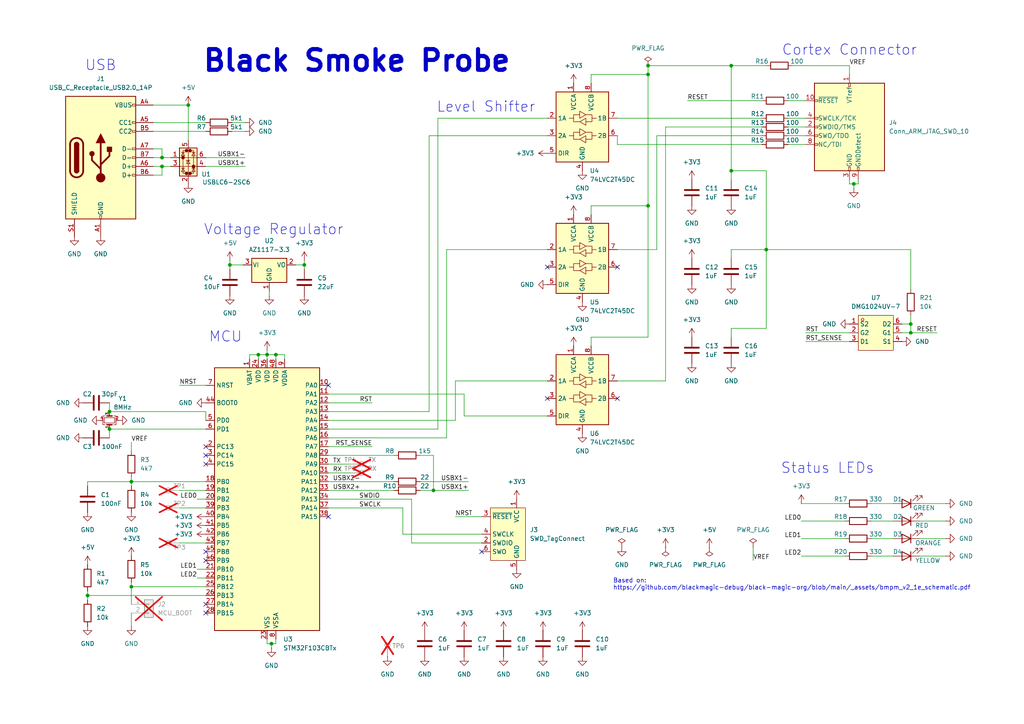
<source format=kicad_sch>
(kicad_sch (version 20250114) (generator "eeschema") (generator_version "9.0")
  (paper "A4")
  (title_block (title "Black-Smoke-Probe") (date "2025-04-05") (rev "v1.1") (company "@casartar") (comment 1 "License: CC-BY-SA 4.0"))
  (text "Status LEDs" (at 240.03 135.89 0) (effects (font (size 3 3))))
  (text "Based on: \nhttps://github.com/blackmagic-debug/black-magic-org/blob/main/_assets/bmpm_v2_1e_schematic.pdf" (at 177.8 169.545 0) (effects (font (size 1.27 1.27)) (justify left)))
  (text "Cortex Connector" (at 246.38 14.605 0) (effects (font (size 3 3))))
  (text "Voltage Regulator" (at 79.375 66.675 0) (effects (font (size 3 3))))
  (text "MCU" (at 65.405 97.79 0) (effects (font (size 3 3))))
  (text "Level Shifter" (at 140.97 31.115 0) (effects (font (size 3 3))))
  (text "Black Smoke Probe" (at 103.505 17.78 0) (effects (font (size 6 6) (thickness 1.2) (bold yes))))
  (text "USB" (at 29.21 19.05 0) (effects (font (size 3 3))))
  (junction (at 80.01 102.87))
  (junction (at 212.09 19.05))
  (junction (at 46.99 48.26))
  (junction (at 25.4 172.72))
  (junction (at 66.675 76.835))
  (junction (at 88.265 76.835))
  (junction (at 187.96 21.59))
  (junction (at 78.74 186.69))
  (junction (at 46.99 45.72))
  (junction (at 38.1 139.7))
  (junction (at 212.09 49.53))
  (junction (at 31.75 124.46))
  (junction (at 54.61 30.48))
  (junction (at 247.65 53.34))
  (junction (at 74.93 102.87))
  (junction (at 31.75 119.38))
  (junction (at 187.96 59.69))
  (junction (at 264.16 93.98))
  (junction (at 125.73 142.24))
  (junction (at 222.25 72.39))
  (junction (at 187.96 19.05))
  (junction (at 77.47 102.87))
  (junction (at 38.1 170.18))
  (junction (at 264.16 96.52))
  (no_connect (at 179.07 115.57))
  (no_connect (at 59.69 134.62))
  (no_connect (at 59.69 175.26))
  (no_connect (at 158.75 77.47))
  (no_connect (at 158.75 115.57))
  (no_connect (at 179.07 77.47))
  (no_connect (at 139.7 160.02))
  (no_connect (at 59.69 132.08))
  (no_connect (at 95.25 149.86))
  (no_connect (at 59.69 160.02))
  (no_connect (at 59.69 162.56))
  (no_connect (at 59.69 177.8))
  (no_connect (at 95.25 111.76))
  (no_connect (at 59.69 129.54))
  (wire (pts (xy 222.25 95.25) (xy 222.25 72.39)))
  (wire (pts (xy 59.69 45.72) (xy 71.12 45.72)))
  (wire (pts (xy 95.25 142.24) (xy 114.3 142.24)))
  (wire (pts (xy 82.55 104.14) (xy 82.55 102.87)))
  (wire (pts (xy 228.6 41.91) (xy 233.68 41.91)))
  (wire (pts (xy 190.5 72.39) (xy 190.5 39.37)))
  (wire (pts (xy 59.69 48.26) (xy 71.12 48.26)))
  (wire (pts (xy 252.73 156.21) (xy 259.08 156.21)))
  (wire (pts (xy 121.92 142.24) (xy 125.73 142.24)))
  (wire (pts (xy 132.08 149.86) (xy 139.7 149.86)))
  (wire (pts (xy 246.38 52.07) (xy 246.38 53.34)))
  (wire (pts (xy 187.96 97.79) (xy 187.96 59.69)))
  (wire (pts (xy 116.84 154.94) (xy 139.7 154.94)))
  (wire (pts (xy 248.92 52.07) (xy 248.92 53.34)))
  (wire (pts (xy 233.68 99.06) (xy 246.38 99.06)))
  (wire (pts (xy 246.38 53.34) (xy 247.65 53.34)))
  (wire (pts (xy 274.32 151.13) (xy 266.7 151.13)))
  (wire (pts (xy 119.38 157.48) (xy 139.7 157.48)))
  (wire (pts (xy 212.09 19.05) (xy 222.25 19.05)))
  (wire (pts (xy 57.15 165.1) (xy 59.69 165.1)))
  (wire (pts (xy 38.1 177.8) (xy 38.1 181.61)))
  (wire (pts (xy 132.08 121.92) (xy 132.08 110.49)))
  (wire (pts (xy 59.69 119.38) (xy 31.75 119.38)))
  (wire (pts (xy 116.84 147.32) (xy 116.84 154.94)))
  (wire (pts (xy 38.1 128.27) (xy 38.1 130.81)))
  (wire (pts (xy 25.4 172.72) (xy 25.4 173.99)))
  (wire (pts (xy 59.69 139.7) (xy 38.1 139.7)))
  (wire (pts (xy 38.1 170.18) (xy 38.1 175.26)))
  (wire (pts (xy 212.09 95.25) (xy 222.25 95.25)))
  (wire (pts (xy 46.99 48.26) (xy 49.53 48.26)))
  (wire (pts (xy 121.92 139.7) (xy 135.89 139.7)))
  (wire (pts (xy 77.47 185.42) (xy 77.47 186.69)))
  (wire (pts (xy 95.25 129.54) (xy 107.95 129.54)))
  (wire (pts (xy 57.15 144.78) (xy 59.69 144.78)))
  (wire (pts (xy 179.07 41.91) (xy 179.07 39.37)))
  (wire (pts (xy 46.99 45.72) (xy 49.53 45.72)))
  (wire (pts (xy 77.47 102.87) (xy 74.93 102.87)))
  (wire (pts (xy 171.45 21.59) (xy 171.45 24.13)))
  (wire (pts (xy 31.75 116.84) (xy 31.75 119.38)))
  (wire (pts (xy 80.01 185.42) (xy 80.01 186.69)))
  (wire (pts (xy 171.45 97.79) (xy 187.96 97.79)))
  (wire (pts (xy 95.25 147.32) (xy 116.84 147.32)))
  (wire (pts (xy 134.62 120.65) (xy 134.62 114.3)))
  (wire (pts (xy 229.87 19.05) (xy 246.38 19.05)))
  (wire (pts (xy 95.25 124.46) (xy 127 124.46)))
  (wire (pts (xy 187.96 21.59) (xy 187.96 19.05)))
  (wire (pts (xy 179.07 72.39) (xy 190.5 72.39)))
  (wire (pts (xy 264.16 72.39) (xy 264.16 83.82)))
  (wire (pts (xy 95.25 139.7) (xy 114.3 139.7)))
  (wire (pts (xy 261.62 93.98) (xy 264.16 93.98)))
  (wire (pts (xy 25.4 139.7) (xy 38.1 139.7)))
  (wire (pts (xy 232.41 146.05) (xy 245.11 146.05)))
  (wire (pts (xy 46.99 50.8) (xy 46.99 48.26)))
  (wire (pts (xy 25.4 172.72) (xy 59.69 172.72)))
  (wire (pts (xy 52.07 142.24) (xy 59.69 142.24)))
  (wire (pts (xy 88.265 76.835) (xy 88.265 78.105)))
  (wire (pts (xy 44.45 50.8) (xy 46.99 50.8)))
  (wire (pts (xy 274.32 156.21) (xy 266.7 156.21)))
  (wire (pts (xy 228.6 34.29) (xy 233.68 34.29)))
  (wire (pts (xy 274.32 161.29) (xy 266.7 161.29)))
  (wire (pts (xy 220.98 41.91) (xy 179.07 41.91)))
  (wire (pts (xy 252.73 146.05) (xy 259.08 146.05)))
  (wire (pts (xy 67.31 35.56) (xy 71.12 35.56)))
  (wire (pts (xy 199.39 29.21) (xy 220.98 29.21)))
  (wire (pts (xy 80.01 102.87) (xy 80.01 104.14)))
  (wire (pts (xy 52.07 157.48) (xy 59.69 157.48)))
  (wire (pts (xy 80.01 102.87) (xy 77.47 102.87)))
  (wire (pts (xy 218.44 158.75) (xy 218.44 162.56)))
  (wire (pts (xy 72.39 102.87) (xy 72.39 104.14)))
  (wire (pts (xy 222.25 72.39) (xy 264.16 72.39)))
  (wire (pts (xy 212.09 74.93) (xy 212.09 72.39)))
  (wire (pts (xy 125.73 142.24) (xy 135.89 142.24)))
  (wire (pts (xy 124.46 119.38) (xy 124.46 39.37)))
  (wire (pts (xy 247.65 53.34) (xy 247.65 54.61)))
  (wire (pts (xy 95.25 134.62) (xy 101.6 134.62)))
  (wire (pts (xy 95.25 116.84) (xy 107.95 116.84)))
  (wire (pts (xy 187.96 59.69) (xy 187.96 21.59)))
  (wire (pts (xy 232.41 156.21) (xy 245.11 156.21)))
  (wire (pts (xy 274.32 146.05) (xy 266.7 146.05)))
  (wire (pts (xy 252.73 151.13) (xy 259.08 151.13)))
  (wire (pts (xy 246.38 19.05) (xy 246.38 21.59)))
  (wire (pts (xy 46.99 43.18) (xy 46.99 45.72)))
  (wire (pts (xy 121.92 132.08) (xy 125.73 132.08)))
  (wire (pts (xy 67.31 38.1) (xy 71.12 38.1)))
  (wire (pts (xy 78.105 84.455) (xy 78.105 85.725)))
  (wire (pts (xy 66.675 75.565) (xy 66.675 76.835)))
  (wire (pts (xy 78.74 186.69) (xy 80.01 186.69)))
  (wire (pts (xy 190.5 39.37) (xy 220.98 39.37)))
  (wire (pts (xy 193.04 36.83) (xy 220.98 36.83)))
  (wire (pts (xy 25.4 140.97) (xy 25.4 139.7)))
  (wire (pts (xy 132.08 110.49) (xy 158.75 110.49)))
  (wire (pts (xy 78.74 186.69) (xy 78.74 187.96)))
  (wire (pts (xy 77.47 186.69) (xy 78.74 186.69)))
  (wire (pts (xy 44.45 30.48) (xy 54.61 30.48)))
  (wire (pts (xy 31.75 124.46) (xy 31.75 127)))
  (wire (pts (xy 228.6 36.83) (xy 233.68 36.83)))
  (wire (pts (xy 95.25 137.16) (xy 101.6 137.16)))
  (wire (pts (xy 85.725 76.835) (xy 88.265 76.835)))
  (wire (pts (xy 212.09 19.05) (xy 212.09 49.53)))
  (wire (pts (xy 171.45 100.33) (xy 171.45 97.79)))
  (wire (pts (xy 134.62 114.3) (xy 95.25 114.3)))
  (wire (pts (xy 233.68 96.52) (xy 246.38 96.52)))
  (wire (pts (xy 228.6 29.21) (xy 233.68 29.21)))
  (wire (pts (xy 158.75 72.39) (xy 129.54 72.39)))
  (wire (pts (xy 232.41 161.29) (xy 245.11 161.29)))
  (wire (pts (xy 179.07 110.49) (xy 193.04 110.49)))
  (wire (pts (xy 54.61 30.48) (xy 54.61 40.64)))
  (wire (pts (xy 187.96 19.05) (xy 212.09 19.05)))
  (wire (pts (xy 228.6 39.37) (xy 233.68 39.37)))
  (wire (pts (xy 247.65 53.34) (xy 248.92 53.34)))
  (wire (pts (xy 66.675 78.105) (xy 66.675 76.835)))
  (wire (pts (xy 171.45 59.69) (xy 171.45 62.23)))
  (wire (pts (xy 38.1 170.18) (xy 59.69 170.18)))
  (wire (pts (xy 158.75 120.65) (xy 134.62 120.65)))
  (wire (pts (xy 38.1 168.91) (xy 38.1 170.18)))
  (wire (pts (xy 171.45 21.59) (xy 187.96 21.59)))
  (wire (pts (xy 212.09 49.53) (xy 212.09 52.07)))
  (wire (pts (xy 59.69 121.92) (xy 59.69 119.38)))
  (wire (pts (xy 222.25 49.53) (xy 212.09 49.53)))
  (wire (pts (xy 124.46 39.37) (xy 158.75 39.37)))
  (wire (pts (xy 193.04 110.49) (xy 193.04 36.83)))
  (wire (pts (xy 66.675 76.835) (xy 70.485 76.835)))
  (wire (pts (xy 95.25 121.92) (xy 132.08 121.92)))
  (wire (pts (xy 44.45 48.26) (xy 46.99 48.26)))
  (wire (pts (xy 261.62 96.52) (xy 264.16 96.52)))
  (wire (pts (xy 119.38 144.78) (xy 119.38 157.48)))
  (wire (pts (xy 127 34.29) (xy 127 124.46)))
  (wire (pts (xy 264.16 93.98) (xy 264.16 96.52)))
  (wire (pts (xy 222.25 72.39) (xy 222.25 49.53)))
  (wire (pts (xy 95.25 132.08) (xy 114.3 132.08)))
  (wire (pts (xy 57.15 167.64) (xy 59.69 167.64)))
  (wire (pts (xy 44.45 35.56) (xy 59.69 35.56)))
  (wire (pts (xy 129.54 72.39) (xy 129.54 127)))
  (wire (pts (xy 127 34.29) (xy 158.75 34.29)))
  (wire (pts (xy 129.54 127) (xy 95.25 127)))
  (wire (pts (xy 44.45 38.1) (xy 59.69 38.1)))
  (wire (pts (xy 212.09 72.39) (xy 222.25 72.39)))
  (wire (pts (xy 52.07 147.32) (xy 59.69 147.32)))
  (wire (pts (xy 31.75 124.46) (xy 59.69 124.46)))
  (wire (pts (xy 95.25 144.78) (xy 119.38 144.78)))
  (wire (pts (xy 252.73 161.29) (xy 259.08 161.29)))
  (wire (pts (xy 52.07 111.76) (xy 59.69 111.76)))
  (wire (pts (xy 212.09 97.79) (xy 212.09 95.25)))
  (wire (pts (xy 95.25 119.38) (xy 124.46 119.38)))
  (wire (pts (xy 88.265 75.565) (xy 88.265 76.835)))
  (wire (pts (xy 38.1 138.43) (xy 38.1 139.7)))
  (wire (pts (xy 25.4 171.45) (xy 25.4 172.72)))
  (wire (pts (xy 171.45 59.69) (xy 187.96 59.69)))
  (wire (pts (xy 264.16 91.44) (xy 264.16 93.98)))
  (wire (pts (xy 77.47 102.87) (xy 77.47 104.14)))
  (wire (pts (xy 179.07 34.29) (xy 220.98 34.29)))
  (wire (pts (xy 232.41 151.13) (xy 245.11 151.13)))
  (wire (pts (xy 74.93 102.87) (xy 72.39 102.87)))
  (wire (pts (xy 125.73 132.08) (xy 125.73 142.24)))
  (wire (pts (xy 44.45 45.72) (xy 46.99 45.72)))
  (wire (pts (xy 74.93 102.87) (xy 74.93 104.14)))
  (wire (pts (xy 38.1 139.7) (xy 38.1 140.97)))
  (wire (pts (xy 77.47 101.6) (xy 77.47 102.87)))
  (wire (pts (xy 44.45 43.18) (xy 46.99 43.18)))
  (wire (pts (xy 82.55 102.87) (xy 80.01 102.87)))
  (wire (pts (xy 264.16 96.52) (xy 271.78 96.52)))
  (label "USBX1-" (at 71.12 45.72 180))
  (label "USBX2+" (at 96.52 142.24 0))
  (label "USBX1+" (at 135.89 142.24 180))
  (label "LED1" (at 232.41 156.21 180))
  (label "USBX2-" (at 96.52 139.7 0))
  (label "TX" (at 96.52 134.62 0))
  (label "RST" (at 233.68 96.52 0))
  (label "LED1" (at 57.15 165.1 180))
  (label "RESET" (at 271.78 96.52 180))
  (label "VREF" (at 246.38 19.05 0))
  (label "NRST" (at 52.07 111.76 0))
  (label "RESET" (at 199.39 29.21 0))
  (label "LED2" (at 57.15 167.64 180))
  (label "LED2" (at 232.41 161.29 180))
  (label "NRST" (at 132.08 149.86 0))
  (label "USBX1-" (at 135.89 139.7 180))
  (label "VREF" (at 218.44 162.56 0))
  (label "VREF" (at 38.1 128.27 0))
  (label "SWDIO" (at 104.14 144.78 0))
  (label "SWCLK" (at 104.14 147.32 0))
  (label "RX" (at 96.52 137.16 0))
  (label "RST_SENSE" (at 233.68 99.06 0))
  (label "USBX1+" (at 71.12 48.26 180))
  (label "LED0" (at 57.15 144.78 180))
  (label "RST" (at 107.95 116.84 180))
  (label "LED0" (at 232.41 151.13 180))
  (label "RST_SENSE" (at 107.95 129.54 180))
  (symbol (lib_id "power:GND") (at 274.32 146.05 90) (unit 1)
    (property "Reference" "#PWR064" (effects (hide yes)))
    (property "Value" "GND" (at 278.13 146.0499 90) (effects (justify right)))
    (property "Description" "Power symbol creates a global label with name \"GND\" , ground" (effects (hide yes)))
  )
  (symbol (lib_id "power:GND") (at 200.66 59.69 0) (unit 1)
    (property "Reference" "#PWR051" (effects (hide yes)))
    (property "Value" "GND" (at 200.66 64.77 0))
    (property "Description" "Power symbol creates a global label with name \"GND\" , ground" (effects (hide yes)))
  )
  (symbol (lib_id "power:+3V3") (at 59.69 149.86 90) (unit 1)
    (property "Reference" "#PWR016" (effects (hide yes)))
    (property "Value" "+3V3" (at 55.88 149.8599 90) (effects (justify left)))
    (property "Description" "Power symbol creates a global label with name \"+3V3\"" (effects (hide yes)))
  )
  (symbol (lib_id "Device:LED") (at 262.89 161.29 180) (unit 1)
    (property "Reference" "D4" (at 260.35 160.02 0))
    (property "Value" "YELLOW" (at 265.43 162.56 0) (effects (justify right)))
    (property "Footprint" "LED_SMD:LED_0603_1608Metric" (effects (hide yes)))
    (property "Description" "Light emitting diode" (effects (hide yes)))
    (property "Sim.Pins" "1=K 2=A" (effects (hide yes)))
    (property "LCSC Part" "C160477" (effects (hide yes)))
  )
  (symbol (lib_id "Device:C") (at 212.09 55.88 0) (unit 1)
    (property "Reference" "C14" (at 215.9 54.6099 0) (effects (justify left)))
    (property "Value" "1uF" (at 215.9 57.1499 0) (effects (justify left)))
    (property "Footprint" "Capacitor_SMD:C_0603_1608Metric" (effects (hide yes)))
    (property "Description" "Unpolarized capacitor" (effects (hide yes)))
    (property "LCSC Part" "C15849" (effects (hide yes)))
  )
  (symbol (lib_id "power:GND") (at 158.75 82.55 270) (unit 1)
    (property "Reference" "#PWR039" (effects (hide yes)))
    (property "Value" "GND" (at 154.94 82.5499 90) (effects (justify right)))
    (property "Description" "Power symbol creates a global label with name \"GND\" , ground" (effects (hide yes)))
  )
  (symbol (lib_id "power:+3V3") (at 59.69 154.94 90) (unit 1)
    (property "Reference" "#PWR018" (effects (hide yes)))
    (property "Value" "+3V3" (at 55.88 154.9399 90) (effects (justify left)))
    (property "Description" "Power symbol creates a global label with name \"+3V3\"" (effects (hide yes)))
  )
  (symbol (lib_id "Device:R") (at 38.1 144.78 0) (unit 1)
    (property "Reference" "R4" (at 40.64 143.5099 0) (effects (justify left)))
    (property "Value" "10k" (at 40.64 146.0499 0) (effects (justify left)))
    (property "Footprint" "Resistor_SMD:R_0603_1608Metric" (effects (hide yes)))
    (property "Description" "Resistor" (effects (hide yes)))
    (property "LCSC Part" "C98220" (effects (hide yes)))
  )
  (symbol (lib_id "Connector:USB_C_Receptacle_USB2.0_14P") (at 29.21 45.72 0) (unit 1)
    (property "Reference" "J1" (at 29.21 22.86 0))
    (property "Value" "USB_C_Receptacle_USB2.0_14P" (at 29.21 25.4 0))
    (property "Footprint" "Connector_USB:USB_C_Receptacle_HRO_TYPE-C-31-M-12" (effects (hide yes)))
    (property "Datasheet" "https://www.usb.org/sites/default/files/documents/usb_type-c.zip" (effects (hide yes)))
    (property "Description" "USB 2.0-only 14P Type-C Receptacle connector" (effects (hide yes)))
    (property "LCSC Part" "C165948" (effects (hide yes)))
  )
  (symbol (lib_id "power:+3V3") (at 88.265 75.565 0) (unit 1)
    (property "Reference" "#PWR026" (effects (hide yes)))
    (property "Value" "+3V3" (at 88.265 70.485 0))
    (property "Description" "Power symbol creates a global label with name \"+3V3\"" (effects (hide yes)))
  )
  (symbol (lib_id "Device:R") (at 226.06 19.05 90) (unit 1)
    (property "Reference" "R16" (at 220.98 17.78 90))
    (property "Value" "100" (at 231.14 17.78 90))
    (property "Footprint" "Resistor_SMD:R_0603_1608Metric" (effects (hide yes)))
    (property "Description" "Resistor" (effects (hide yes)))
    (property "LCSC Part" "C105588" (effects (hide yes)))
  )
  (symbol (lib_id "power:GND") (at 78.105 85.725 0) (unit 1)
    (property "Reference" "#PWR023" (effects (hide yes)))
    (property "Value" "GND" (at 78.105 90.805 0))
    (property "Description" "Power symbol creates a global label with name \"GND\" , ground" (effects (hide yes)))
  )
  (symbol (lib_id "Device:C") (at 200.66 55.88 0) (unit 1)
    (property "Reference" "C11" (at 204.47 54.6099 0) (effects (justify left)))
    (property "Value" "1uF" (at 204.47 57.1499 0) (effects (justify left)))
    (property "Footprint" "Capacitor_SMD:C_0603_1608Metric" (effects (hide yes)))
    (property "Description" "Unpolarized capacitor" (effects (hide yes)))
    (property "LCSC Part" "C15849" (effects (hide yes)))
  )
  (symbol (lib_id "power:GND") (at 38.1 148.59 0) (unit 1)
    (property "Reference" "#PWR010" (effects (hide yes)))
    (property "Value" "GND" (at 38.1 153.67 0))
    (property "Description" "Power symbol creates a global label with name \"GND\" , ground" (effects (hide yes)))
  )
  (symbol (lib_id "power:GND") (at 200.66 82.55 0) (unit 1)
    (property "Reference" "#PWR053" (effects (hide yes)))
    (property "Value" "GND" (at 200.66 87.63 0))
    (property "Description" "Power symbol creates a global label with name \"GND\" , ground" (effects (hide yes)))
  )
  (symbol (lib_id "power:GND") (at 180.34 158.75 0) (unit 1)
    (property "Reference" "#PWR048" (effects (hide yes)))
    (property "Value" "GND" (at 180.34 163.83 0))
    (property "Description" "Power symbol creates a global label with name \"GND\" , ground" (effects (hide yes)))
  )
  (symbol (lib_id "Device:R") (at 118.11 139.7 90) (unit 1)
    (property "Reference" "R9" (at 113.03 138.43 90))
    (property "Value" "22" (at 123.19 138.43 90))
    (property "Footprint" "Resistor_SMD:R_0603_1608Metric" (effects (hide yes)))
    (property "Description" "Resistor" (effects (hide yes)))
    (property "LCSC Part" "C1203" (effects (hide yes)))
  )
  (symbol (lib_id "power:GND") (at 274.32 151.13 90) (unit 1)
    (property "Reference" "#PWR065" (effects (hide yes)))
    (property "Value" "GND" (at 278.13 151.1299 90) (effects (justify right)))
    (property "Description" "Power symbol creates a global label with name \"GND\" , ground" (effects (hide yes)))
  )
  (symbol (lib_id "Logic_LevelTranslator:74LVC2T45DC") (at 168.91 113.03 0) (unit 1)
    (property "Reference" "U6" (at 171.0533 125.73 0) (effects (justify left)))
    (property "Value" "74LVC2T45DC" (at 171.0533 128.27 0) (effects (justify left)))
    (property "Footprint" "Package_SO:VSSOP-8_2.3x2mm_P0.5mm" (effects (hide yes)))
    (property "Datasheet" "https://assets.nexperia.com/documents/data-sheet/74LVC_LVCH2T45.pdf" (effects (hide yes)))
    (property "Description" "Dual supply translating transceiver, 3-state, 2-bit, VSSOP-8" (effects (hide yes)))
    (property "LCSC Part" "C15741" (effects (hide yes)))
  )
  (symbol (lib_id "Device:R") (at 25.4 177.8 0) (unit 1)
    (property "Reference" "R2" (at 27.94 176.5299 0) (effects (justify left)))
    (property "Value" "10k" (at 27.94 179.0699 0) (effects (justify left)))
    (property "Footprint" "Resistor_SMD:R_0603_1608Metric" (effects (hide yes)))
    (property "Description" "Resistor" (effects (hide yes)))
    (property "LCSC Part" "C98220" (effects (hide yes)))
  )
  (symbol (lib_id "Connector:TestPoint") (at 52.07 157.48 90) (unit 1) (dnp yes)
    (property "Reference" "TP3" (at 52.07 158.75 90))
    (property "Value" "TestPoint" (effects (hide yes)))
    (property "Footprint" "TestPoint:TestPoint_Pad_D1.0mm" (effects (hide yes)))
    (property "Description" "test point" (effects (hide yes)))
  )
  (symbol (lib_id "power:+5V") (at 66.675 75.565 0) (unit 1)
    (property "Reference" "#PWR019" (effects (hide yes)))
    (property "Value" "+5V" (at 66.675 70.485 0))
    (property "Description" "Power symbol creates a global label with name \"+5V\"" (effects (hide yes)))
  )
  (symbol (lib_id "power:PWR_FLAG") (at 180.34 158.75 0) (unit 1)
    (property "Reference" "#FLG01" (effects (hide yes)))
    (property "Value" "PWR_FLAG" (at 180.34 153.67 0))
    (property "Description" "Special symbol for telling ERC where power comes from" (effects (hide yes)))
  )
  (symbol (lib_id "power:GND") (at 29.21 121.92 270) (unit 1)
    (property "Reference" "#PWR08" (effects (hide yes)))
    (property "Value" "GND" (at 25.4 121.9199 90) (effects (justify right)))
    (property "Description" "Power symbol creates a global label with name \"GND\" , ground" (effects (hide yes)))
  )
  (symbol (lib_id "Device:C") (at 134.62 186.69 0) (unit 1)
    (property "Reference" "C7" (at 138.43 185.4199 0) (effects (justify left)))
    (property "Value" "1uF" (at 138.43 187.9599 0) (effects (justify left)))
    (property "Footprint" "Capacitor_SMD:C_0603_1608Metric" (effects (hide yes)))
    (property "Description" "Unpolarized capacitor" (effects (hide yes)))
    (property "LCSC Part" "C15849" (effects (hide yes)))
  )
  (symbol (lib_id "power:GND") (at 24.13 116.84 270) (unit 1)
    (property "Reference" "#PWR02" (effects (hide yes)))
    (property "Value" "GND" (at 20.32 116.8399 90) (effects (justify right)))
    (property "Description" "Power symbol creates a global label with name \"GND\" , ground" (effects (hide yes)))
  )
  (symbol (lib_id "Device:LED") (at 262.89 151.13 180) (unit 1)
    (property "Reference" "D2" (at 260.35 149.86 0))
    (property "Value" "RED" (at 265.43 152.4 0) (effects (justify right)))
    (property "Footprint" "LED_SMD:LED_0603_1608Metric" (effects (hide yes)))
    (property "Description" "Light emitting diode" (effects (hide yes)))
    (property "Sim.Pins" "1=K 2=A" (effects (hide yes)))
    (property "LCSC Part" "C157741" (effects (hide yes)))
  )
  (symbol (lib_id "Device:R") (at 25.4 167.64 0) (unit 1)
    (property "Reference" "R1" (at 27.94 166.3699 0) (effects (justify left)))
    (property "Value" "4k7" (at 27.94 168.9099 0) (effects (justify left)))
    (property "Footprint" "Resistor_SMD:R_0603_1608Metric" (effects (hide yes)))
    (property "Description" "Resistor" (effects (hide yes)))
    (property "LCSC Part" "C105428" (effects (hide yes)))
  )
  (symbol (lib_id "EasyEDA:DMG1024UV-7") (at 254 96.52 0) (unit 1)
    (property "Reference" "U7" (at 254 86.36 0))
    (property "Value" "DMG1024UV-7" (at 254 88.9 0))
    (property "Footprint" "EasyEDA:SOT-563-6_L1.6-W1.2-P0.5-LS1.6-BL" (effects (hide yes)))
    (property "LCSC Part" "C2759893" (effects (hide yes)))
  )
  (symbol (lib_id "power:GND") (at 212.09 82.55 0) (unit 1)
    (property "Reference" "#PWR058" (effects (hide yes)))
    (property "Value" "GND" (at 212.09 87.63 0))
    (property "Description" "Power symbol creates a global label with name \"GND\" , ground" (effects (hide yes)))
  )
  (symbol (lib_id "Device:C") (at 200.66 101.6 0) (unit 1)
    (property "Reference" "C13" (at 204.47 100.3299 0) (effects (justify left)))
    (property "Value" "1uF" (at 204.47 102.8699 0) (effects (justify left)))
    (property "Footprint" "Capacitor_SMD:C_0603_1608Metric" (effects (hide yes)))
    (property "Description" "Unpolarized capacitor" (effects (hide yes)))
    (property "LCSC Part" "C15849" (effects (hide yes)))
  )
  (symbol (lib_id "power:+3V3") (at 232.41 146.05 0) (unit 1)
    (property "Reference" "#PWR060" (effects (hide yes)))
    (property "Value" "+3V3" (at 232.41 140.97 0))
    (property "Description" "Power symbol creates a global label with name \"+3V3\"" (effects (hide yes)))
  )
  (symbol (lib_id "power:GND") (at 157.48 190.5 0) (unit 1)
    (property "Reference" "#PWR037" (effects (hide yes)))
    (property "Value" "GND" (at 157.48 195.58 0))
    (property "Description" "Power symbol creates a global label with name \"GND\" , ground" (effects (hide yes)))
  )
  (symbol (lib_id "Device:R") (at 224.79 39.37 90) (unit 1)
    (property "Reference" "R14" (at 219.71 38.1 90))
    (property "Value" "100" (at 229.87 38.1 90))
    (property "Footprint" "Resistor_SMD:R_0603_1608Metric" (effects (hide yes)))
    (property "Description" "Resistor" (effects (hide yes)))
    (property "LCSC Part" "C105588" (effects (hide yes)))
  )
  (symbol (lib_id "Connector:TestPoint") (at 52.07 142.24 90) (unit 1) (dnp yes)
    (property "Reference" "TP1" (at 52.07 140.97 90))
    (property "Value" "TestPoint" (effects (hide yes)))
    (property "Footprint" "TestPoint:TestPoint_Pad_D1.0mm" (effects (hide yes)))
    (property "Description" "test point" (effects (hide yes)))
  )
  (symbol (lib_id "power:GND") (at 168.91 87.63 0) (unit 1)
    (property "Reference" "#PWR044" (effects (hide yes)))
    (property "Value" "GND" (at 168.91 92.71 0))
    (property "Description" "Power symbol creates a global label with name \"GND\" , ground" (effects (hide yes)))
  )
  (symbol (lib_id "power:PWR_FLAG") (at 205.74 158.75 180) (unit 1)
    (property "Reference" "#FLG04" (effects (hide yes)))
    (property "Value" "PWR_FLAG" (at 205.74 163.83 0))
    (property "Description" "Special symbol for telling ERC where power comes from" (effects (hide yes)))
  )
  (symbol (lib_id "power:GND") (at 25.4 181.61 0) (unit 1)
    (property "Reference" "#PWR06" (effects (hide yes)))
    (property "Value" "GND" (at 25.4 186.69 0))
    (property "Description" "Power symbol creates a global label with name \"GND\" , ground" (effects (hide yes)))
  )
  (symbol (lib_id "power:+3V3") (at 123.19 182.88 0) (unit 1)
    (property "Reference" "#PWR028" (effects (hide yes)))
    (property "Value" "+3V3" (at 123.19 177.8 0))
    (property "Description" "Power symbol creates a global label with name \"+3V3\"" (effects (hide yes)))
  )
  (symbol (lib_id "power:GND") (at 21.59 68.58 0) (unit 1)
    (property "Reference" "#PWR01" (effects (hide yes)))
    (property "Value" "GND" (at 21.59 73.66 0))
    (property "Description" "Power symbol creates a global label with name \"GND\" , ground" (effects (hide yes)))
  )
  (symbol (lib_id "power:+3V3") (at 59.69 152.4 90) (unit 1)
    (property "Reference" "#PWR017" (effects (hide yes)))
    (property "Value" "+3V3" (at 55.88 152.3999 90) (effects (justify left)))
    (property "Description" "Power symbol creates a global label with name \"+3V3\"" (effects (hide yes)))
  )
  (symbol (lib_id "power:GND") (at 274.32 161.29 90) (unit 1)
    (property "Reference" "#PWR067" (effects (hide yes)))
    (property "Value" "GND" (at 278.13 161.2899 90) (effects (justify right)))
    (property "Description" "Power symbol creates a global label with name \"GND\" , ground" (effects (hide yes)))
  )
  (symbol (lib_id "Logic_LevelTranslator:74LVC2T45DC") (at 168.91 74.93 0) (unit 1)
    (property "Reference" "U5" (at 171.0533 87.63 0) (effects (justify left)))
    (property "Value" "74LVC2T45DC" (at 171.0533 90.17 0) (effects (justify left)))
    (property "Footprint" "Package_SO:VSSOP-8_2.3x2mm_P0.5mm" (effects (hide yes)))
    (property "Datasheet" "https://assets.nexperia.com/documents/data-sheet/74LVC_LVCH2T45.pdf" (effects (hide yes)))
    (property "Description" "Dual supply translating transceiver, 3-state, 2-bit, VSSOP-8" (effects (hide yes)))
    (property "LCSC Part" "C15741" (effects (hide yes)))
  )
  (symbol (lib_id "power:+3V3") (at 146.05 182.88 0) (unit 1)
    (property "Reference" "#PWR032" (effects (hide yes)))
    (property "Value" "+3V3" (at 146.05 177.8 0))
    (property "Description" "Power symbol creates a global label with name \"+3V3\"" (effects (hide yes)))
  )
  (symbol (lib_id "power:+3V3") (at 166.37 100.33 0) (unit 1)
    (property "Reference" "#PWR042" (effects (hide yes)))
    (property "Value" "+3V3" (at 166.37 95.25 0))
    (property "Description" "Power symbol creates a global label with name \"+3V3\"" (effects (hide yes)))
  )
  (symbol (lib_id "Connector:TestPoint") (at 112.395 190.5 0) (mirror y) (unit 1) (dnp yes)
    (property "Reference" "TP6" (at 115.57 187.325 0))
    (property "Value" "TestPoint" (effects (hide yes)))
    (property "Footprint" "TestPoint:TestPoint_Pad_D1.0mm" (effects (hide yes)))
    (property "Description" "test point" (effects (hide yes)))
  )
  (symbol (lib_id "power:+3V3") (at 200.66 74.93 0) (unit 1)
    (property "Reference" "#PWR052" (effects (hide yes)))
    (property "Value" "+3V3" (at 200.66 69.85 0))
    (property "Description" "Power symbol creates a global label with name \"+3V3\"" (effects (hide yes)))
  )
  (symbol (lib_id "Device:C") (at 168.91 186.69 0) (unit 1)
    (property "Reference" "C10" (at 172.72 185.4199 0) (effects (justify left)))
    (property "Value" "1uF" (at 172.72 187.9599 0) (effects (justify left)))
    (property "Footprint" "Capacitor_SMD:C_0603_1608Metric" (effects (hide yes)))
    (property "Description" "Unpolarized capacitor" (effects (hide yes)))
    (property "LCSC Part" "C15849" (effects (hide yes)))
  )
  (symbol (lib_id "power:PWR_FLAG") (at 218.44 158.75 0) (unit 1)
    (property "Reference" "#FLG05" (effects (hide yes)))
    (property "Value" "PWR_FLAG" (at 218.44 153.67 0))
    (property "Description" "Special symbol for telling ERC where power comes from" (effects (hide yes)))
  )
  (symbol (lib_id "Device:R") (at 224.79 34.29 90) (unit 1)
    (property "Reference" "R12" (at 219.71 33.02 90))
    (property "Value" "100" (at 229.87 33.02 90))
    (property "Footprint" "Resistor_SMD:R_0603_1608Metric" (effects (hide yes)))
    (property "Description" "Resistor" (effects (hide yes)))
    (property "LCSC Part" "C105588" (effects (hide yes)))
  )
  (symbol (lib_id "Connector:Conn_ARM_JTAG_SWD_10") (at 246.38 36.83 0) (mirror y) (unit 1)
    (property "Reference" "J4" (at 257.81 35.5599 0) (effects (justify right)))
    (property "Value" "Conn_ARM_JTAG_SWD_10" (at 257.81 38.0999 0) (effects (justify right)))
    (property "Footprint" "Connector_PinHeader_1.27mm:PinHeader_2x05_P1.27mm_Vertical_SMD" (effects (hide yes)))
    (property "Datasheet" "http://infocenter.arm.com/help/topic/com.arm.doc.ddi0314h/DDI0314H_coresight_components_trm.pdf" (effects (hide yes)))
    (property "Description" "Cortex Debug Connector, standard ARM Cortex-M SWD and JTAG interface" (effects (hide yes)))
    (property "LCSC Part" "C42372555" (effects (hide yes)))
  )
  (symbol (lib_id "Device:R") (at 264.16 87.63 0) (unit 1)
    (property "Reference" "R21" (at 266.7 86.3599 0) (effects (justify left)))
    (property "Value" "10k" (at 266.7 88.8999 0) (effects (justify left)))
    (property "Footprint" "Resistor_SMD:R_0603_1608Metric" (effects (hide yes)))
    (property "Description" "Resistor" (effects (hide yes)))
    (property "LCSC Part" "C98220" (effects (hide yes)))
  )
  (symbol (lib_id "Device:LED") (at 262.89 156.21 180) (unit 1)
    (property "Reference" "D3" (at 260.35 154.94 0))
    (property "Value" "ORANGE" (at 265.43 157.48 0) (effects (justify right)))
    (property "Footprint" "LED_SMD:LED_0603_1608Metric" (effects (hide yes)))
    (property "Description" "Light emitting diode" (effects (hide yes)))
    (property "Sim.Pins" "1=K 2=A" (effects (hide yes)))
    (property "LCSC Part" "C157740" (effects (hide yes)))
  )
  (symbol (lib_id "power:GND") (at 34.29 121.92 90) (unit 1)
    (property "Reference" "#PWR09" (effects (hide yes)))
    (property "Value" "GND" (at 38.1 121.9199 90) (effects (justify right)))
    (property "Description" "Power symbol creates a global label with name \"GND\" , ground" (effects (hide yes)))
  )
  (symbol (lib_id "Device:C") (at 200.66 78.74 0) (unit 1)
    (property "Reference" "C12" (at 204.47 77.4699 0) (effects (justify left)))
    (property "Value" "1uF" (at 204.47 80.0099 0) (effects (justify left)))
    (property "Footprint" "Capacitor_SMD:C_0603_1608Metric" (effects (hide yes)))
    (property "Description" "Unpolarized capacitor" (effects (hide yes)))
    (property "LCSC Part" "C15849" (effects (hide yes)))
  )
  (symbol (lib_id "power:+3V3") (at 200.66 97.79 0) (unit 1)
    (property "Reference" "#PWR054" (effects (hide yes)))
    (property "Value" "+3V3" (at 200.66 92.71 0))
    (property "Description" "Power symbol creates a global label with name \"+3V3\"" (effects (hide yes)))
  )
  (symbol (lib_id "Device:R") (at 248.92 161.29 90) (unit 1)
    (property "Reference" "R20" (at 243.84 160.02 90))
    (property "Value" "330" (at 254 160.02 90))
    (property "Footprint" "Resistor_SMD:R_0603_1608Metric" (effects (hide yes)))
    (property "Description" "Resistor" (effects (hide yes)))
    (property "LCSC Part" "C105881" (effects (hide yes)))
  )
  (symbol (lib_id "Device:R") (at 63.5 38.1 90) (unit 1)
    (property "Reference" "R7" (at 58.42 36.83 90))
    (property "Value" "5k1" (at 68.58 36.83 90))
    (property "Footprint" "Resistor_SMD:R_0603_1608Metric" (effects (hide yes)))
    (property "Description" "Resistor" (effects (hide yes)))
    (property "LCSC Part" "C105580" (effects (hide yes)))
  )
  (symbol (lib_id "Device:C") (at 157.48 186.69 0) (unit 1)
    (property "Reference" "C9" (at 161.29 185.4199 0) (effects (justify left)))
    (property "Value" "1uF" (at 161.29 187.9599 0) (effects (justify left)))
    (property "Footprint" "Capacitor_SMD:C_0603_1608Metric" (effects (hide yes)))
    (property "Description" "Unpolarized capacitor" (effects (hide yes)))
    (property "LCSC Part" "C15849" (effects (hide yes)))
  )
  (symbol (lib_id "power:+3V3") (at 134.62 182.88 0) (unit 1)
    (property "Reference" "#PWR030" (effects (hide yes)))
    (property "Value" "+3V3" (at 134.62 177.8 0))
    (property "Description" "Power symbol creates a global label with name \"+3V3\"" (effects (hide yes)))
  )
  (symbol (lib_id "Logic_LevelTranslator:74LVC2T45DC") (at 168.91 36.83 0) (unit 1)
    (property "Reference" "U4" (at 171.0533 49.53 0) (effects (justify left)))
    (property "Value" "74LVC2T45DC" (at 171.0533 52.07 0) (effects (justify left)))
    (property "Footprint" "Package_SO:VSSOP-8_2.3x2mm_P0.5mm" (effects (hide yes)))
    (property "Datasheet" "https://assets.nexperia.com/documents/data-sheet/74LVC_LVCH2T45.pdf" (effects (hide yes)))
    (property "Description" "Dual supply translating transceiver, 3-state, 2-bit, VSSOP-8" (effects (hide yes)))
    (property "LCSC Part" "C15741" (effects (hide yes)))
  )
  (symbol (lib_id "power:+5V") (at 54.61 30.48 0) (unit 1)
    (property "Reference" "#PWR013" (effects (hide yes)))
    (property "Value" "+5V" (at 54.61 25.4 0))
    (property "Description" "Power symbol creates a global label with name \"+5V\"" (effects (hide yes)))
  )
  (symbol (lib_id "Device:R") (at 38.1 134.62 0) (unit 1)
    (property "Reference" "R3" (at 40.64 133.3499 0) (effects (justify left)))
    (property "Value" "4k7" (at 40.64 135.8899 0) (effects (justify left)))
    (property "Footprint" "Resistor_SMD:R_0603_1608Metric" (effects (hide yes)))
    (property "Description" "Resistor" (effects (hide yes)))
    (property "LCSC Part" "C105428" (effects (hide yes)))
  )
  (symbol (lib_id "power:+3V3") (at 200.66 52.07 0) (unit 1)
    (property "Reference" "#PWR050" (effects (hide yes)))
    (property "Value" "+3V3" (at 200.66 46.99 0))
    (property "Description" "Power symbol creates a global label with name \"+3V3\"" (effects (hide yes)))
  )
  (symbol (lib_id "Device:C") (at 25.4 144.78 0) (unit 1)
    (property "Reference" "C1" (at 29.21 143.5099 0) (effects (justify left)))
    (property "Value" "100nF" (at 29.21 146.0499 0) (effects (justify left)))
    (property "Footprint" "Capacitor_SMD:C_0603_1608Metric" (effects (hide yes)))
    (property "Description" "Unpolarized capacitor" (effects (hide yes)))
    (property "LCSC Part" "C14663 " (effects (hide yes)))
  )
  (symbol (lib_id "Device:C") (at 66.675 81.915 0) (unit 1)
    (property "Reference" "C4" (at 59.055 80.645 0) (effects (justify left)))
    (property "Value" "10uF" (at 59.055 83.185 0) (effects (justify left)))
    (property "Footprint" "Capacitor_SMD:C_0603_1608Metric" (effects (hide yes)))
    (property "Description" "Unpolarized capacitor" (effects (hide yes)))
    (property "LCSC Part" " C19702" (effects (hide yes)))
  )
  (symbol (lib_id "power:GND") (at 59.69 116.84 270) (unit 1)
    (property "Reference" "#PWR015" (effects (hide yes)))
    (property "Value" "GND" (at 55.88 116.8399 90) (effects (justify right)))
    (property "Description" "Power symbol creates a global label with name \"GND\" , ground" (effects (hide yes)))
  )
  (symbol (lib_id "MCU_ST_STM32F1:STM32F103CBTx") (at 77.47 144.78 0) (unit 1)
    (property "Reference" "U3" (at 82.1533 185.42 0) (effects (justify left)))
    (property "Value" "STM32F103CBTx" (at 82.1533 187.96 0) (effects (justify left)))
    (property "Footprint" "Package_QFP:LQFP-48_7x7mm_P0.5mm" (effects (hide yes)))
    (property "Datasheet" "https://www.st.com/resource/en/datasheet/stm32f103cb.pdf" (effects (hide yes)))
    (property "Description" "STMicroelectronics Arm Cortex-M3 MCU, 128KB flash, 20KB RAM, 72 MHz, 2.0-3.6V, 37 GPIO, LQFP48" (effects (hide yes)))
    (property "LCSC Part" "C8304" (effects (hide yes)))
  )
  (symbol (lib_id "power:GND") (at 134.62 190.5 0) (unit 1)
    (property "Reference" "#PWR031" (effects (hide yes)))
    (property "Value" "GND" (at 134.62 195.58 0))
    (property "Description" "Power symbol creates a global label with name \"GND\" , ground" (effects (hide yes)))
  )
  (symbol (lib_id "power:+3V3") (at 168.91 182.88 0) (unit 1)
    (property "Reference" "#PWR046" (effects (hide yes)))
    (property "Value" "+3V3" (at 168.91 177.8 0))
    (property "Description" "Power symbol creates a global label with name \"+3V3\"" (effects (hide yes)))
  )
  (symbol (lib_id "Device:C") (at 27.94 127 90) (mirror x) (unit 1)
    (property "Reference" "C3" (at 26.67 129.54 90) (effects (justify left)))
    (property "Value" "100nF" (at 35.56 129.54 90) (effects (justify left)))
    (property "Footprint" "Capacitor_SMD:C_0603_1608Metric" (effects (hide yes)))
    (property "Description" "Unpolarized capacitor" (effects (hide yes)))
    (property "LCSC Part" "C14663 " (effects (hide yes)))
  )
  (symbol (lib_id "Connector_Generic:Conn_01x02") (at 43.18 175.26 0) (unit 1) (dnp yes)
    (property "Reference" "J2" (at 45.72 175.2599 0) (effects (justify left)))
    (property "Value" "MCU_BOOT" (at 45.72 177.7999 0) (effects (justify left)))
    (property "Footprint" "Connector_PinHeader_2.54mm:PinHeader_1x02_P2.54mm_Vertical" (effects (hide yes)))
    (property "Description" "Generic connector, single row, 01x02, script generated (kicad-library-utils/schlib/autogen/connector/)" (effects (hide yes)))
  )
  (symbol (lib_id "power:+3V3") (at 149.86 144.78 0) (unit 1)
    (property "Reference" "#PWR034" (effects (hide yes)))
    (property "Value" "+3V3" (at 149.86 139.7 0))
    (property "Description" "Power symbol creates a global label with name \"+3V3\"" (effects (hide yes)))
  )
  (symbol (lib_id "power:GND") (at 54.61 53.34 0) (unit 1)
    (property "Reference" "#PWR014" (effects (hide yes)))
    (property "Value" "GND" (at 54.61 58.42 0))
    (property "Description" "Power symbol creates a global label with name \"GND\" , ground" (effects (hide yes)))
  )
  (symbol (lib_id "Connector:TestPoint") (at 101.6 134.62 270) (mirror x) (unit 1) (dnp yes)
    (property "Reference" "TP4" (at 101.6 133.35 90))
    (property "Value" "TX" (at 107.95 133.35 90))
    (property "Footprint" "TestPoint:TestPoint_Pad_D1.0mm" (effects (hide yes)))
    (property "Description" "test point" (effects (hide yes)))
  )
  (symbol (lib_id "power:GND") (at 24.13 127 270) (unit 1)
    (property "Reference" "#PWR03" (effects (hide yes)))
    (property "Value" "GND" (at 20.32 126.9999 90) (effects (justify right)))
    (property "Description" "Power symbol creates a global label with name \"GND\" , ground" (effects (hide yes)))
  )
  (symbol (lib_id "power:GND") (at 29.21 68.58 0) (unit 1)
    (property "Reference" "#PWR07" (effects (hide yes)))
    (property "Value" "GND" (at 29.21 73.66 0))
    (property "Description" "Power symbol creates a global label with name \"GND\" , ground" (effects (hide yes)))
  )
  (symbol (lib_id "power:+3V3") (at 193.04 158.75 0) (unit 1)
    (property "Reference" "#PWR049" (effects (hide yes)))
    (property "Value" "+3V3" (at 193.04 153.67 0))
    (property "Description" "Power symbol creates a global label with name \"+3V3\"" (effects (hide yes)))
  )
  (symbol (lib_id "power:GND") (at 168.91 125.73 0) (unit 1)
    (property "Reference" "#PWR045" (effects (hide yes)))
    (property "Value" "GND" (at 168.91 130.81 0))
    (property "Description" "Power symbol creates a global label with name \"GND\" , ground" (effects (hide yes)))
  )
  (symbol (lib_id "power:GND") (at 38.1 181.61 0) (unit 1)
    (property "Reference" "#PWR012" (effects (hide yes)))
    (property "Value" "GND" (at 38.1 186.69 0))
    (property "Description" "Power symbol creates a global label with name \"GND\" , ground" (effects (hide yes)))
  )
  (symbol (lib_id "power:+5V") (at 25.4 163.83 0) (unit 1)
    (property "Reference" "#PWR05" (effects (hide yes)))
    (property "Value" "+5V" (at 25.4 158.75 0))
    (property "Description" "Power symbol creates a global label with name \"+5V\"" (effects (hide yes)))
  )
  (symbol (lib_id "power:GND") (at 247.65 54.61 0) (unit 1)
    (property "Reference" "#PWR062" (effects (hide yes)))
    (property "Value" "GND" (at 247.65 59.69 0))
    (property "Description" "Power symbol creates a global label with name \"GND\" , ground" (effects (hide yes)))
  )
  (symbol (lib_id "power:+5V") (at 205.74 158.75 0) (unit 1)
    (property "Reference" "#PWR056" (effects (hide yes)))
    (property "Value" "+5V" (at 205.74 153.67 0))
    (property "Description" "Power symbol creates a global label with name \"+5V\"" (effects (hide yes)))
  )
  (symbol (lib_id "Device:R") (at 248.92 151.13 90) (unit 1)
    (property "Reference" "R18" (at 243.84 149.86 90))
    (property "Value" "330" (at 254 149.86 90))
    (property "Footprint" "Resistor_SMD:R_0603_1608Metric" (effects (hide yes)))
    (property "Description" "Resistor" (effects (hide yes)))
    (property "LCSC Part" "C105881" (effects (hide yes)))
  )
  (symbol (lib_id "power:GND") (at 71.12 35.56 90) (unit 1)
    (property "Reference" "#PWR021" (effects (hide yes)))
    (property "Value" "GND" (at 74.93 35.5599 90) (effects (justify right)))
    (property "Description" "Power symbol creates a global label with name \"GND\" , ground" (effects (hide yes)))
  )
  (symbol (lib_id "Device:Crystal_GND24_Small") (at 31.75 121.92 90) (unit 1)
    (property "Reference" "Y1" (at 35.56 115.57 90))
    (property "Value" "8MHz" (at 35.56 118.11 90))
    (property "Footprint" "Crystal:Crystal_SMD_3225-4Pin_3.2x2.5mm" (effects (hide yes)))
    (property "Description" "Four pin crystal, GND on pins 2 and 4, small symbol" (effects (hide yes)))
    (property "LCSC Part" " C2682775" (effects (hide yes)))
  )
  (symbol (lib_id "Device:R") (at 118.11 142.24 90) (unit 1)
    (property "Reference" "R10" (at 113.03 140.97 90))
    (property "Value" "22" (at 123.19 140.97 90))
    (property "Footprint" "Resistor_SMD:R_0603_1608Metric" (effects (hide yes)))
    (property "Description" "Resistor" (effects (hide yes)))
    (property "LCSC Part" "C1203" (effects (hide yes)))
  )
  (symbol (lib_id "Device:C") (at 88.265 81.915 0) (unit 1)
    (property "Reference" "C5" (at 92.075 80.6449 0) (effects (justify left)))
    (property "Value" "22uF" (at 92.075 83.1849 0) (effects (justify left)))
    (property "Footprint" "Capacitor_SMD:C_0603_1608Metric" (effects (hide yes)))
    (property "Description" "Unpolarized capacitor" (effects (hide yes)))
    (property "LCSC Part" " C86295" (effects (hide yes)))
  )
  (symbol (lib_id "power:GND") (at 88.265 85.725 0) (unit 1)
    (property "Reference" "#PWR027" (effects (hide yes)))
    (property "Value" "GND" (at 88.265 90.805 0))
    (property "Description" "Power symbol creates a global label with name \"GND\" , ground" (effects (hide yes)))
  )
  (symbol (lib_id "power:GND") (at 168.91 190.5 0) (unit 1)
    (property "Reference" "#PWR047" (effects (hide yes)))
    (property "Value" "GND" (at 168.91 195.58 0))
    (property "Description" "Power symbol creates a global label with name \"GND\" , ground" (effects (hide yes)))
  )
  (symbol (lib_id "power:GND") (at 123.19 190.5 0) (unit 1)
    (property "Reference" "#PWR029" (effects (hide yes)))
    (property "Value" "GND" (at 123.19 195.58 0))
    (property "Description" "Power symbol creates a global label with name \"GND\" , ground" (effects (hide yes)))
  )
  (symbol (lib_id "Device:R") (at 224.79 36.83 90) (unit 1)
    (property "Reference" "R13" (at 219.71 35.56 90))
    (property "Value" "100" (at 229.87 35.56 90))
    (property "Footprint" "Resistor_SMD:R_0603_1608Metric" (effects (hide yes)))
    (property "Description" "Resistor" (effects (hide yes)))
    (property "LCSC Part" "C105588" (effects (hide yes)))
  )
  (symbol (lib_id "power:GND") (at 200.66 105.41 0) (unit 1)
    (property "Reference" "#PWR055" (effects (hide yes)))
    (property "Value" "GND" (at 200.66 110.49 0))
    (property "Description" "Power symbol creates a global label with name \"GND\" , ground" (effects (hide yes)))
  )
  (symbol (lib_id "Connector:Conn_ARM_SWD_TagConnect_TC2030-NL") (at 147.32 154.94 0) (mirror y) (unit 1) (in_bom no)
    (property "Reference" "J3" (at 153.67 153.6699 0) (effects (justify right)))
    (property "Value" "SWD_TagConnect" (at 153.67 156.2099 0) (effects (justify right)))
    (property "Footprint" "Connector:Tag-Connect_TC2030-IDC-NL_2x03_P1.27mm_Vertical" (effects (hide yes)))
    (property "Datasheet" "https://www.tag-connect.com/wp-content/uploads/bsk-pdf-manager/TC2030-CTX_1.pdf" (effects (hide yes)))
    (property "Description" "Tag-Connect ARM Cortex SWD JTAG connector, 6 pin, no legs" (effects (hide yes)))
  )
  (symbol (lib_id "power:GND") (at 146.05 190.5 0) (unit 1)
    (property "Reference" "#PWR033" (effects (hide yes)))
    (property "Value" "GND" (at 146.05 195.58 0))
    (property "Description" "Power symbol creates a global label with name \"GND\" , ground" (effects (hide yes)))
  )
  (symbol (lib_id "power:+3V3") (at 38.1 161.29 0) (unit 1)
    (property "Reference" "#PWR011" (effects (hide yes)))
    (property "Value" "+3V3" (at 38.1 156.21 0))
    (property "Description" "Power symbol creates a global label with name \"+3V3\"" (effects (hide yes)))
  )
  (symbol (lib_id "power:GND") (at 112.395 190.5 0) (unit 1)
    (property "Reference" "#PWR068" (effects (hide yes)))
    (property "Value" "GND" (at 112.395 195.58 0))
    (property "Description" "Power symbol creates a global label with name \"GND\" , ground" (effects (hide yes)))
  )
  (symbol (lib_id "power:GND") (at 71.12 38.1 90) (unit 1)
    (property "Reference" "#PWR022" (effects (hide yes)))
    (property "Value" "GND" (at 74.93 38.0999 90) (effects (justify right)))
    (property "Description" "Power symbol creates a global label with name \"GND\" , ground" (effects (hide yes)))
  )
  (symbol (lib_id "power:GND") (at 261.62 99.06 90) (unit 1)
    (property "Reference" "#PWR063" (effects (hide yes)))
    (property "Value" "GND" (at 265.43 99.0599 90) (effects (justify right)))
    (property "Description" "Power symbol creates a global label with name \"GND\" , ground" (effects (hide yes)))
  )
  (symbol (lib_id "Power_Protection:USBLC6-2SC6") (at 54.61 45.72 0) (unit 1)
    (property "Reference" "U1" (at 58.42 50.546 0) (effects (justify left)))
    (property "Value" "USBLC6-2SC6" (at 58.674 52.832 0) (effects (justify left)))
    (property "Footprint" "Package_TO_SOT_SMD:SOT-23-6" (effects (hide yes)))
    (property "Datasheet" "https://www.st.com/resource/en/datasheet/usblc6-2.pdf" (effects (hide yes)))
    (property "Description" "Very low capacitance ESD protection diode, 2 data-line, SOT-23-6" (effects (hide yes)))
    (property "LCSC Part" "C2827654" (effects (hide yes)))
  )
  (symbol (lib_id "Device:R") (at 38.1 165.1 0) (unit 1)
    (property "Reference" "R5" (at 40.64 163.8299 0) (effects (justify left)))
    (property "Value" "10k" (at 40.64 166.3699 0) (effects (justify left)))
    (property "Footprint" "Resistor_SMD:R_0603_1608Metric" (effects (hide yes)))
    (property "Description" "Resistor" (effects (hide yes)))
    (property "LCSC Part" "C98220" (effects (hide yes)))
  )
  (symbol (lib_id "Device:C") (at 123.19 186.69 0) (unit 1)
    (property "Reference" "C6" (at 127 185.4199 0) (effects (justify left)))
    (property "Value" "1uF" (at 127 187.9599 0) (effects (justify left)))
    (property "Footprint" "Capacitor_SMD:C_0603_1608Metric" (effects (hide yes)))
    (property "Description" "Unpolarized capacitor" (effects (hide yes)))
    (property "LCSC Part" "C15849" (effects (hide yes)))
  )
  (symbol (lib_id "Connector:TestPoint") (at 52.07 147.32 90) (unit 1) (dnp yes)
    (property "Reference" "TP2" (at 52.07 146.05 90))
    (property "Value" "TestPoint" (effects (hide yes)))
    (property "Footprint" "TestPoint:TestPoint_Pad_D1.0mm" (effects (hide yes)))
    (property "Description" "test point" (effects (hide yes)))
  )
  (symbol (lib_id "power:+3V3") (at 166.37 62.23 0) (unit 1)
    (property "Reference" "#PWR041" (effects (hide yes)))
    (property "Value" "+3V3" (at 166.37 57.15 0))
    (property "Description" "Power symbol creates a global label with name \"+3V3\"" (effects (hide yes)))
  )
  (symbol (lib_id "power:GND") (at 168.91 49.53 0) (unit 1)
    (property "Reference" "#PWR043" (effects (hide yes)))
    (property "Value" "GND" (at 168.91 54.61 0))
    (property "Description" "Power symbol creates a global label with name \"GND\" , ground" (effects (hide yes)))
  )
  (symbol (lib_id "Device:R") (at 248.92 156.21 90) (unit 1)
    (property "Reference" "R19" (at 243.84 154.94 90))
    (property "Value" "330" (at 254 154.94 90))
    (property "Footprint" "Resistor_SMD:R_0603_1608Metric" (effects (hide yes)))
    (property "Description" "Resistor" (effects (hide yes)))
    (property "LCSC Part" "C105881" (effects (hide yes)))
  )
  (symbol (lib_id "Device:C") (at 212.09 78.74 0) (unit 1)
    (property "Reference" "C15" (at 215.9 77.4699 0) (effects (justify left)))
    (property "Value" "1uF" (at 215.9 80.0099 0) (effects (justify left)))
    (property "Footprint" "Capacitor_SMD:C_0603_1608Metric" (effects (hide yes)))
    (property "Description" "Unpolarized capacitor" (effects (hide yes)))
    (property "LCSC Part" "C15849" (effects (hide yes)))
  )
  (symbol (lib_id "power:GND") (at 274.32 156.21 90) (unit 1)
    (property "Reference" "#PWR066" (effects (hide yes)))
    (property "Value" "GND" (at 278.13 156.2099 90) (effects (justify right)))
    (property "Description" "Power symbol creates a global label with name \"GND\" , ground" (effects (hide yes)))
  )
  (symbol (lib_id "power:+3V3") (at 158.75 44.45 90) (unit 1)
    (property "Reference" "#PWR038" (effects (hide yes)))
    (property "Value" "+3V3" (at 154.94 44.4499 90) (effects (justify left)))
    (property "Description" "Power symbol creates a global label with name \"+3V3\"" (effects (hide yes)))
  )
  (symbol (lib_id "power:PWR_FLAG") (at 187.96 19.05 0) (unit 1)
    (property "Reference" "#FLG02" (effects (hide yes)))
    (property "Value" "PWR_FLAG" (at 187.96 13.97 0))
    (property "Description" "Special symbol for telling ERC where power comes from" (effects (hide yes)))
  )
  (symbol (lib_id "Device:R") (at 118.11 132.08 90) (unit 1)
    (property "Reference" "R8" (at 113.03 130.81 90))
    (property "Value" "1k5" (at 123.19 130.81 90))
    (property "Footprint" "Resistor_SMD:R_0603_1608Metric" (effects (hide yes)))
    (property "Description" "Resistor" (effects (hide yes)))
    (property "LCSC Part" "C22843" (effects (hide yes)))
  )
  (symbol (lib_id "Device:R") (at 224.79 29.21 90) (unit 1)
    (property "Reference" "R11" (at 219.71 27.94 90))
    (property "Value" "100" (at 229.87 27.94 90))
    (property "Footprint" "Resistor_SMD:R_0603_1608Metric" (effects (hide yes)))
    (property "Description" "Resistor" (effects (hide yes)))
    (property "LCSC Part" "C105588" (effects (hide yes)))
  )
  (symbol (lib_id "Device:C") (at 212.09 101.6 0) (unit 1)
    (property "Reference" "C16" (at 215.9 100.3299 0) (effects (justify left)))
    (property "Value" "1uF" (at 215.9 102.8699 0) (effects (justify left)))
    (property "Footprint" "Capacitor_SMD:C_0603_1608Metric" (effects (hide yes)))
    (property "Description" "Unpolarized capacitor" (effects (hide yes)))
    (property "LCSC Part" "C15849" (effects (hide yes)))
  )
  (symbol (lib_id "Device:LED") (at 262.89 146.05 180) (unit 1)
    (property "Reference" "D1" (at 260.35 144.78 0))
    (property "Value" "GREEN" (at 267.97 147.32 0))
    (property "Footprint" "LED_SMD:LED_0603_1608Metric" (effects (hide yes)))
    (property "Description" "Light emitting diode" (effects (hide yes)))
    (property "Sim.Pins" "1=K 2=A" (effects (hide yes)))
    (property "LCSC Part" "C12065" (effects (hide yes)))
  )
  (symbol (lib_id "power:GND") (at 149.86 165.1 0) (unit 1)
    (property "Reference" "#PWR035" (effects (hide yes)))
    (property "Value" "GND" (at 149.86 170.18 0))
    (property "Description" "Power symbol creates a global label with name \"GND\" , ground" (effects (hide yes)))
  )
  (symbol (lib_id "power:GND") (at 212.09 105.41 0) (unit 1)
    (property "Reference" "#PWR059" (effects (hide yes)))
    (property "Value" "GND" (at 212.09 110.49 0))
    (property "Description" "Power symbol creates a global label with name \"GND\" , ground" (effects (hide yes)))
  )
  (symbol (lib_id "power:GND") (at 212.09 59.69 0) (unit 1)
    (property "Reference" "#PWR057" (effects (hide yes)))
    (property "Value" "GND" (at 212.09 64.77 0))
    (property "Description" "Power symbol creates a global label with name \"GND\" , ground" (effects (hide yes)))
  )
  (symbol (lib_id "power:GND") (at 78.74 187.96 0) (unit 1)
    (property "Reference" "#PWR025" (effects (hide yes)))
    (property "Value" "GND" (at 78.74 193.04 0))
    (property "Description" "Power symbol creates a global label with name \"GND\" , ground" (effects (hide yes)))
  )
  (symbol (lib_id "power:+3V3") (at 77.47 101.6 0) (unit 1)
    (property "Reference" "#PWR024" (effects (hide yes)))
    (property "Value" "+3V3" (at 77.47 96.52 0))
    (property "Description" "Power symbol creates a global label with name \"+3V3\"" (effects (hide yes)))
  )
  (symbol (lib_id "Regulator_Linear:AZ1117-3.3") (at 78.105 76.835 0) (unit 1)
    (property "Reference" "U2" (at 78.105 69.85 0))
    (property "Value" "AZ1117-3.3" (at 78.105 72.39 0))
    (property "Footprint" "Package_TO_SOT_SMD:SOT-89-3" (effects (hide yes)))
    (property "Datasheet" "https://www.diodes.com/assets/Datasheets/AZ1117.pdf" (effects (hide yes)))
    (property "Description" "1A 20V Fixed LDO Linear Regulator, 3.3V, SOT-89/SOT-223/TO-220/TO-252/TO-263" (effects (hide yes)))
    (property "LCSC Part" "C460428" (effects (hide yes)))
  )
  (symbol (lib_id "power:+3V3") (at 157.48 182.88 0) (unit 1)
    (property "Reference" "#PWR036" (effects (hide yes)))
    (property "Value" "+3V3" (at 157.48 177.8 0))
    (property "Description" "Power symbol creates a global label with name \"+3V3\"" (effects (hide yes)))
  )
  (symbol (lib_id "power:+3V3") (at 166.37 24.13 0) (unit 1)
    (property "Reference" "#PWR040" (effects (hide yes)))
    (property "Value" "+3V3" (at 166.37 19.05 0))
    (property "Description" "Power symbol creates a global label with name \"+3V3\"" (effects (hide yes)))
  )
  (symbol (lib_id "power:GND") (at 246.38 93.98 270) (unit 1)
    (property "Reference" "#PWR061" (effects (hide yes)))
    (property "Value" "GND" (at 242.57 93.9799 90) (effects (justify right)))
    (property "Description" "Power symbol creates a global label with name \"GND\" , ground" (effects (hide yes)))
  )
  (symbol (lib_id "Device:C") (at 146.05 186.69 0) (unit 1)
    (property "Reference" "C8" (at 149.86 185.4199 0) (effects (justify left)))
    (property "Value" "1uF" (at 149.86 187.9599 0) (effects (justify left)))
    (property "Footprint" "Capacitor_SMD:C_0603_1608Metric" (effects (hide yes)))
    (property "Description" "Unpolarized capacitor" (effects (hide yes)))
    (property "LCSC Part" "C15849" (effects (hide yes)))
  )
  (symbol (lib_id "power:GND") (at 25.4 148.59 0) (unit 1)
    (property "Reference" "#PWR04" (effects (hide yes)))
    (property "Value" "GND" (at 25.4 153.67 0))
    (property "Description" "Power symbol creates a global label with name \"GND\" , ground" (effects (hide yes)))
  )
  (symbol (lib_id "Device:R") (at 248.92 146.05 90) (unit 1)
    (property "Reference" "R17" (at 243.84 144.78 90))
    (property "Value" "330" (at 254 144.78 90))
    (property "Footprint" "Resistor_SMD:R_0603_1608Metric" (effects (hide yes)))
    (property "Description" "Resistor" (effects (hide yes)))
    (property "LCSC Part" "C105881" (effects (hide yes)))
  )
  (symbol (lib_id "Device:R") (at 63.5 35.56 90) (unit 1)
    (property "Reference" "R6" (at 58.42 34.29 90))
    (property "Value" "5k1" (at 68.58 34.29 90))
    (property "Footprint" "Resistor_SMD:R_0603_1608Metric" (effects (hide yes)))
    (property "Description" "Resistor" (effects (hide yes)))
    (property "LCSC Part" "C105580" (effects (hide yes)))
  )
  (symbol (lib_id "power:PWR_FLAG") (at 193.04 158.75 180) (unit 1)
    (property "Reference" "#FLG03" (effects (hide yes)))
    (property "Value" "PWR_FLAG" (at 193.04 163.83 0))
    (property "Description" "Special symbol for telling ERC where power comes from" (effects (hide yes)))
  )
  (symbol (lib_id "power:GND") (at 66.675 85.725 0) (unit 1)
    (property "Reference" "#PWR020" (effects (hide yes)))
    (property "Value" "GND" (at 66.675 90.805 0))
    (property "Description" "Power symbol creates a global label with name \"GND\" , ground" (effects (hide yes)))
  )
  (symbol (lib_id "Connector:TestPoint") (at 101.6 137.16 270) (mirror x) (unit 1) (dnp yes)
    (property "Reference" "TP5" (at 101.6 135.89 90))
    (property "Value" "RX" (at 107.95 135.89 90))
    (property "Footprint" "TestPoint:TestPoint_Pad_D1.0mm" (effects (hide yes)))
    (property "Description" "test point" (effects (hide yes)))
  )
  (symbol (lib_id "Device:R") (at 224.79 41.91 90) (unit 1)
    (property "Reference" "R15" (at 219.71 40.64 90))
    (property "Value" "100" (at 229.87 40.64 90))
    (property "Footprint" "Resistor_SMD:R_0603_1608Metric" (effects (hide yes)))
    (property "Description" "Resistor" (effects (hide yes)))
    (property "LCSC Part" "C105588" (effects (hide yes)))
  )
  (symbol (lib_id "Device:C") (at 27.94 116.84 270) (unit 1)
    (property "Reference" "C2" (at 26.67 114.3 90) (effects (justify right)))
    (property "Value" "30pF" (at 34.29 114.3 90) (effects (justify right)))
    (property "Footprint" "Capacitor_SMD:C_0603_1608Metric" (effects (hide yes)))
    (property "Description" "Unpolarized capacitor" (effects (hide yes)))
    (property "LCSC Part" "C1658" (effects (hide yes)))
  )
)
</source>
